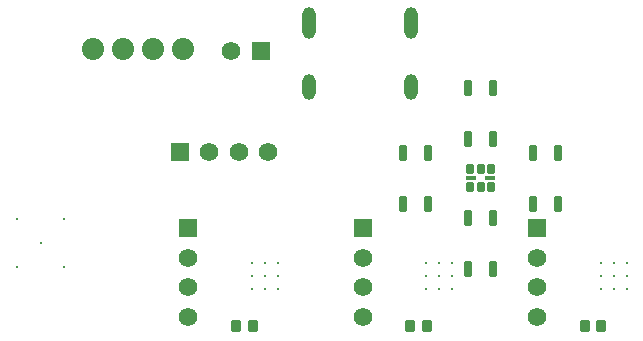
<source format=gbs>
G04*
G04 #@! TF.GenerationSoftware,Altium Limited,Altium Designer,23.3.1 (30)*
G04*
G04 Layer_Color=16711935*
%FSLAX43Y43*%
%MOMM*%
G71*
G04*
G04 #@! TF.SameCoordinates,A4EA7D40-A082-4D09-80F0-C7F5A4317295*
G04*
G04*
G04 #@! TF.FilePolarity,Negative*
G04*
G01*
G75*
G04:AMPARAMS|DCode=40|XSize=0.826mm|YSize=1.036mm|CornerRadius=0.113mm|HoleSize=0mm|Usage=FLASHONLY|Rotation=180.000|XOffset=0mm|YOffset=0mm|HoleType=Round|Shape=RoundedRectangle|*
%AMROUNDEDRECTD40*
21,1,0.826,0.810,0,0,180.0*
21,1,0.600,1.036,0,0,180.0*
1,1,0.226,-0.300,0.405*
1,1,0.226,0.300,0.405*
1,1,0.226,0.300,-0.405*
1,1,0.226,-0.300,-0.405*
%
%ADD40ROUNDEDRECTD40*%
%ADD70C,1.876*%
%ADD71C,1.576*%
G04:AMPARAMS|DCode=72|XSize=1.576mm|YSize=1.576mm|CornerRadius=0.188mm|HoleSize=0mm|Usage=FLASHONLY|Rotation=0.000|XOffset=0mm|YOffset=0mm|HoleType=Round|Shape=RoundedRectangle|*
%AMROUNDEDRECTD72*
21,1,1.576,1.200,0,0,0.0*
21,1,1.200,1.576,0,0,0.0*
1,1,0.376,0.600,-0.600*
1,1,0.376,-0.600,-0.600*
1,1,0.376,-0.600,0.600*
1,1,0.376,0.600,0.600*
%
%ADD72ROUNDEDRECTD72*%
G04:AMPARAMS|DCode=73|XSize=1.576mm|YSize=1.576mm|CornerRadius=0.188mm|HoleSize=0mm|Usage=FLASHONLY|Rotation=270.000|XOffset=0mm|YOffset=0mm|HoleType=Round|Shape=RoundedRectangle|*
%AMROUNDEDRECTD73*
21,1,1.576,1.200,0,0,270.0*
21,1,1.200,1.576,0,0,270.0*
1,1,0.376,-0.600,-0.600*
1,1,0.376,-0.600,0.600*
1,1,0.376,0.600,0.600*
1,1,0.376,0.600,-0.600*
%
%ADD73ROUNDEDRECTD73*%
%ADD74O,1.176X2.176*%
%ADD75O,1.176X2.676*%
%ADD76C,0.300*%
G04:AMPARAMS|DCode=100|XSize=0.8mm|YSize=0.65mm|CornerRadius=0.105mm|HoleSize=0mm|Usage=FLASHONLY|Rotation=270.000|XOffset=0mm|YOffset=0mm|HoleType=Round|Shape=RoundedRectangle|*
%AMROUNDEDRECTD100*
21,1,0.800,0.440,0,0,270.0*
21,1,0.590,0.650,0,0,270.0*
1,1,0.210,-0.220,-0.295*
1,1,0.210,-0.220,0.295*
1,1,0.210,0.220,0.295*
1,1,0.210,0.220,-0.295*
%
%ADD100ROUNDEDRECTD100*%
G04:AMPARAMS|DCode=101|XSize=0.4mm|YSize=0.8mm|CornerRadius=0.08mm|HoleSize=0mm|Usage=FLASHONLY|Rotation=270.000|XOffset=0mm|YOffset=0mm|HoleType=Round|Shape=RoundedRectangle|*
%AMROUNDEDRECTD101*
21,1,0.400,0.640,0,0,270.0*
21,1,0.240,0.800,0,0,270.0*
1,1,0.160,-0.320,-0.120*
1,1,0.160,-0.320,0.120*
1,1,0.160,0.320,0.120*
1,1,0.160,0.320,-0.120*
%
%ADD101ROUNDEDRECTD101*%
G04:AMPARAMS|DCode=102|XSize=1.276mm|YSize=0.726mm|CornerRadius=0.103mm|HoleSize=0mm|Usage=FLASHONLY|Rotation=90.000|XOffset=0mm|YOffset=0mm|HoleType=Round|Shape=RoundedRectangle|*
%AMROUNDEDRECTD102*
21,1,1.276,0.520,0,0,90.0*
21,1,1.070,0.726,0,0,90.0*
1,1,0.206,0.260,0.535*
1,1,0.206,0.260,-0.535*
1,1,0.206,-0.260,-0.535*
1,1,0.206,-0.260,0.535*
%
%ADD102ROUNDEDRECTD102*%
D40*
X25800Y2500D02*
D03*
X27200D02*
D03*
X40550D02*
D03*
X41950D02*
D03*
X55300D02*
D03*
X56700D02*
D03*
D70*
X21310Y25900D02*
D03*
X18770D02*
D03*
X16230D02*
D03*
X13690D02*
D03*
D71*
X26000Y17250D02*
D03*
X23500D02*
D03*
X28500D02*
D03*
X25369Y25750D02*
D03*
X21750Y3250D02*
D03*
Y8250D02*
D03*
Y5750D02*
D03*
X36500D02*
D03*
Y8250D02*
D03*
Y3250D02*
D03*
X51250Y5750D02*
D03*
Y8250D02*
D03*
Y3250D02*
D03*
D72*
X21000Y17250D02*
D03*
X27869Y25750D02*
D03*
D73*
X21750Y10750D02*
D03*
X36500D02*
D03*
X51250D02*
D03*
D74*
X31930Y22750D02*
D03*
X40570D02*
D03*
D75*
X31930Y28110D02*
D03*
X40570D02*
D03*
D76*
X44100Y7850D02*
D03*
X44100Y6750D02*
D03*
X44100Y5650D02*
D03*
X43000Y7850D02*
D03*
Y6750D02*
D03*
Y5650D02*
D03*
X41900Y7850D02*
D03*
X41900Y6750D02*
D03*
X41900Y5650D02*
D03*
X11250Y7500D02*
D03*
X7250D02*
D03*
Y11500D02*
D03*
X11250D02*
D03*
X9250Y9500D02*
D03*
X58850Y7850D02*
D03*
Y6750D02*
D03*
Y5650D02*
D03*
X57750Y7850D02*
D03*
Y6750D02*
D03*
Y5650D02*
D03*
X56650Y7850D02*
D03*
Y6750D02*
D03*
Y5650D02*
D03*
X29350Y7850D02*
D03*
Y6750D02*
D03*
Y5650D02*
D03*
X28250Y7850D02*
D03*
Y6750D02*
D03*
Y5650D02*
D03*
X27150Y7850D02*
D03*
Y6750D02*
D03*
Y5650D02*
D03*
D100*
X46500Y15750D02*
D03*
X45600D02*
D03*
Y14250D02*
D03*
X46500D02*
D03*
X47400D02*
D03*
Y15750D02*
D03*
D101*
X45675Y15000D02*
D03*
X47325D02*
D03*
D102*
X42075Y12850D02*
D03*
Y17150D02*
D03*
X39925Y12850D02*
D03*
Y17150D02*
D03*
X53075Y12850D02*
D03*
Y17150D02*
D03*
X50925Y12850D02*
D03*
Y17150D02*
D03*
X47575Y18350D02*
D03*
Y22650D02*
D03*
X45425Y18350D02*
D03*
Y22650D02*
D03*
X47575Y7350D02*
D03*
Y11650D02*
D03*
X45425Y7350D02*
D03*
Y11650D02*
D03*
M02*

</source>
